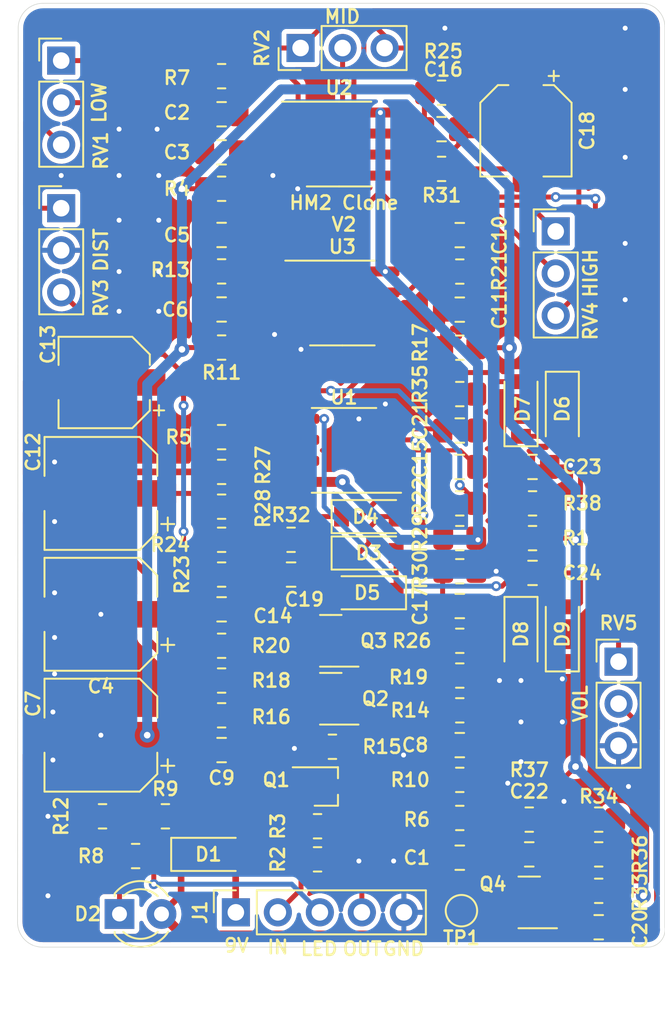
<source format=kicad_pcb>
(kicad_pcb (version 20211014) (generator pcbnew)
  (layers (0 "F.Cu" signal) (31 "B.Cu" signal) (34 "B.Paste" user) (35 "F.Paste" user) (36 "B.SilkS" user "B.Silkscreen") (37 "F.SilkS" user "F.Silkscreen") (38 "B.Mask" user) (39 "F.Mask" user) (44 "Edge.Cuts" user))
  (net 0 "")
  (net 1 "Net-(C1-Pad1)")
  (net 2 "Net-(C1-Pad2)")
  (net 3 "Net-(C2-Pad1)")
  (net 4 "Net-(C2-Pad2)")
  (net 5 "Net-(C3-Pad1)")
  (net 6 "+9V")
  (net 7 "GND")
  (net 8 "Net-(C5-Pad1)")
  (net 9 "Net-(C5-Pad2)")
  (net 10 "Net-(C6-Pad1)")
  (net 11 "/+4V5")
  (net 12 "Net-(C8-Pad1)")
  (net 13 "Net-(C8-Pad2)")
  (net 14 "Net-(C9-Pad1)")
  (net 15 "Net-(C14-Pad1)")
  (net 16 "Net-(C10-Pad1)")
  (net 17 "Net-(C10-Pad2)")
  (net 18 "Net-(C11-Pad1)")
  (net 19 "Net-(C12-Pad1)")
  (net 20 "Net-(C13-Pad1)")
  (net 21 "Net-(C13-Pad2)")
  (net 22 "Net-(C14-Pad2)")
  (net 23 "Net-(C15-Pad1)")
  (net 24 "Net-(C15-Pad2)")
  (net 25 "Net-(C16-Pad1)")
  (net 26 "Net-(C16-Pad2)")
  (net 27 "Net-(C17-Pad1)")
  (net 28 "Net-(C17-Pad2)")
  (net 29 "Net-(C18-Pad2)")
  (net 30 "Net-(C19-Pad1)")
  (net 31 "Net-(C20-Pad1)")
  (net 32 "Net-(C20-Pad2)")
  (net 33 "Net-(C21-Pad1)")
  (net 34 "/OUT")
  (net 35 "Net-(C22-Pad2)")
  (net 36 "Net-(C23-Pad1)")
  (net 37 "Net-(C24-Pad1)")
  (net 38 "+BATT")
  (net 39 "Net-(D2-Pad1)")
  (net 40 "Net-(D3-Pad2)")
  (net 41 "Net-(D6-Pad1)")
  (net 42 "Net-(D6-Pad2)")
  (net 43 "/IN")
  (net 44 "/LED")
  (net 45 "Net-(Q2-Pad2)")
  (net 46 "Net-(Q3-Pad2)")
  (net 47 "Net-(Q4-Pad2)")
  (net 48 "Net-(R5-Pad1)")
  (net 49 "Net-(R5-Pad2)")
  (net 50 "Net-(R7-Pad2)")
  (net 51 "Net-(R13-Pad2)")
  (net 52 "Net-(R21-Pad2)")
  (net 53 "Net-(R22-Pad2)")
  (net 54 "Net-(R31-Pad1)")
  (footprint "Capacitor_SMD:C_0805_2012Metric_Pad1.18x1.45mm_HandSolder" (layer "F.Cu") (at 141 105.6 180)
    (fp_text reference "C10")
    (fp_text value "100n")
  )
  (footprint "Diode_SMD:D_SOD-123" (layer "F.Cu") (at 144.7 129.7 -90)
    (fp_text reference "D8")
    (fp_text value "1N4148")
  )
  (footprint "Capacitor_SMD:C_0805_2012Metric_Pad1.18x1.45mm_HandSolder" (layer "F.Cu") (at 145.2 143)
    (fp_text reference "C22")
    (fp_text value "1u")
  )
  (footprint "Resistor_SMD:R_0805_2012Metric_Pad1.20x1.40mm_HandSolder" (layer "F.Cu") (at 149.4 140.9 180)
    (fp_text reference "R34")
    (fp_text value "10k")
  )
  (footprint "Capacitor_SMD:C_0805_2012Metric_Pad1.18x1.45mm_HandSolder" (layer "F.Cu") (at 126.6 100.6 180)
    (fp_text reference "C3")
    (fp_text value "68n")
  )
  (footprint "Resistor_SMD:R_0805_2012Metric_Pad1.20x1.40mm_HandSolder" (layer "F.Cu") (at 141 112.4 180)
    (fp_text reference "R17")
    (fp_text value "100k")
  )
  (footprint "Capacitor_SMD:C_0805_2012Metric_Pad1.18x1.45mm_HandSolder" (layer "F.Cu") (at 130.8 126.1)
    (fp_text reference "C19")
    (fp_text value "100p")
  )
  (footprint "Package_TO_SOT_SMD:SOT-323_SC-70_Handsoldering" (layer "F.Cu") (at 132.9 138.9)
    (fp_text reference "Q1")
    (fp_text value "2SK880")
  )
  (footprint "Package_TO_SOT_SMD:SOT-23" (layer "F.Cu") (at 145.2 145.9 180)
    (fp_text reference "Q4")
    (fp_text value "2SC2713")
  )
  (footprint "Package_SO:SOIC-8_3.9x4.9mm_P1.27mm" (layer "F.Cu") (at 133.7 100.1)
    (fp_text reference "U2")
    (fp_text value "TL072")
  )
  (footprint "Package_TO_SOT_SMD:SOT-23" (layer "F.Cu") (at 133.2 133.6 180)
    (fp_text reference "Q2")
    (fp_text value "2SC2713")
  )
  (footprint "Resistor_SMD:R_0805_2012Metric_Pad1.20x1.40mm_HandSolder" (layer "F.Cu") (at 126.6 134.6)
    (fp_text reference "R16")
    (fp_text value "470k")
  )
  (footprint "Resistor_SMD:R_0805_2012Metric_Pad1.20x1.40mm_HandSolder" (layer "F.Cu") (at 141 107.8 180)
    (fp_text reference "R21")
    (fp_text value "330R")
  )
  (footprint "Connector_PinHeader_2.54mm:PinHeader_1x03_P2.54mm_Vertical" (layer "F.Cu") (at 150.6 131.36)
    (fp_text reference "RV5")
    (fp_text value "10kA")
  )
  (footprint "Resistor_SMD:R_0805_2012Metric_Pad1.20x1.40mm_HandSolder" (layer "F.Cu") (at 121.4 143.1 180)
    (fp_text reference "R8")
    (fp_text value "4k7")
  )
  (footprint "Resistor_SMD:R_0805_2012Metric_Pad1.20x1.40mm_HandSolder" (layer "F.Cu") (at 141 121.8)
    (fp_text reference "R22")
    (fp_text value "47k")
  )
  (footprint "Resistor_SMD:R_0805_2012Metric_Pad1.20x1.40mm_HandSolder" (layer "F.Cu") (at 141 130.1)
    (fp_text reference "R26")
    (fp_text value "470k")
  )
  (footprint "Capacitor_SMD:C_0805_2012Metric_Pad1.18x1.45mm_HandSolder" (layer "F.Cu") (at 141 117.4 180)
    (fp_text reference "C21")
    (fp_text value "1u")
  )
  (footprint "Capacitor_SMD:C_0805_2012Metric_Pad1.18x1.45mm_HandSolder" (layer "F.Cu") (at 126.6 105.59)
    (fp_text reference "C5")
    (fp_text value "150n")
  )
  (footprint "Resistor_SMD:R_0805_2012Metric_Pad1.20x1.40mm_HandSolder" (layer "F.Cu") (at 145.2 140.9)
    (fp_text reference "R37")
    (fp_text value "100k")
  )
  (footprint "Capacitor_SMD:C_0805_2012Metric_Pad1.18x1.45mm_HandSolder" (layer "F.Cu") (at 126.6 110.09 180)
    (fp_text reference "C6")
    (fp_text value "6n8")
  )
  (footprint "Resistor_SMD:R_0805_2012Metric_Pad1.20x1.40mm_HandSolder" (layer "F.Cu") (at 126.6 132.5)
    (fp_text reference "R18")
    (fp_text value "10k")
  )
  (footprint "Resistor_SMD:R_0805_2012Metric_Pad1.20x1.40mm_HandSolder" (layer "F.Cu") (at 145.4 121.8 180)
    (fp_text reference "R38")
    (fp_text value "10k")
  )
  (footprint "Resistor_SMD:R_0805_2012Metric_Pad1.20x1.40mm_HandSolder" (layer "F.Cu") (at 126.6 122 180)
    (fp_text reference "R28")
    (fp_text value "120R")
  )
  (footprint "Diode_SMD:D_SOD-123" (layer "F.Cu") (at 135.5 122.6)
    (fp_text reference "D4")
    (fp_text value "1N4148")
  )
  (footprint "Capacitor_SMD:CP_Elec_5x5.4" (layer "F.Cu") (at 119.5 114.5 180)
    (fp_text reference "C13")
    (fp_text value "10u")
  )
  (footprint "Resistor_SMD:R_0805_2012Metric_Pad1.20x1.40mm_HandSolder" (layer "F.Cu") (at 141 123.9 180)
    (fp_text reference "R29")
    (fp_text value "68k")
  )
  (footprint "Capacitor_SMD:C_0805_2012Metric_Pad1.18x1.45mm_HandSolder" (layer "F.Cu") (at 141 143.2)
    (fp_text reference "C1")
    (fp_text value "47n")
  )
  (footprint "Capacitor_SMD:C_0805_2012Metric_Pad1.18x1.45mm_HandSolder" (layer "F.Cu") (at 149.4 147.4)
    (fp_text reference "C20")
    (fp_text value "47n")
  )
  (footprint "Resistor_SMD:R_0805_2012Metric_Pad1.20x1.40mm_HandSolder" (layer "F.Cu") (at 149.4 145.2 180)
    (fp_text reference "R33")
    (fp_text value "470k")
  )
  (footprint "Connector_PinHeader_2.54mm:PinHeader_1x03_P2.54mm_Vertical" (layer "F.Cu") (at 146.8 105.375)
    (fp_text reference "RV4")
    (fp_text value "10kA")
  )
  (footprint "Resistor_SMD:R_0805_2012Metric_Pad1.20x1.40mm_HandSolder" (layer "F.Cu") (at 126.6 124)
    (fp_text reference "R24")
    (fp_text value "100k")
  )
  (footprint "Resistor_SMD:R_0805_2012Metric_Pad1.20x1.40mm_HandSolder" (layer "F.Cu") (at 141 115.2 180)
    (fp_text reference "R35")
    (fp_text value "10k")
  )
  (footprint "Capacitor_SMD:C_0805_2012Metric_Pad1.18x1.45mm_HandSolder" (layer "F.Cu") (at 141 128)
    (fp_text reference "C17")
    (fp_text value "100p")
  )
  (footprint "Resistor_SMD:R_0805_2012Metric_Pad1.20x1.40mm_HandSolder" (layer "F.Cu") (at 141 132.2 180)
    (fp_text reference "R19")
    (fp_text value "22R")
  )
  (footprint "Resistor_SMD:R_0805_2012Metric_Pad1.20x1.40mm_HandSolder" (layer "F.Cu") (at 130.8 124 180)
    (fp_text reference "R32")
    (fp_text value "470k")
  )
  (footprint "Capacitor_SMD:CP_Elec_6.3x5.4" (layer "F.Cu") (at 119.3 121.2 180)
    (fp_text reference "C12")
    (fp_text value "47u")
  )
  (footprint "Package_SO:SOIC-8_3.9x4.9mm_P1.27mm" (layer "F.Cu") (at 133.9 109.7)
    (fp_text reference "U3")
    (fp_text value "TL072")
  )
  (footprint "Connector_PinHeader_2.54mm:PinHeader_1x03_P2.54mm_Vertical" (layer "F.Cu") (at 131.375 94.3 90)
    (fp_text reference "RV2")
    (fp_text value "10kA")
  )
  (footprint "Capacitor_SMD:C_0805_2012Metric_Pad1.18x1.45mm_HandSolder" (layer "F.Cu") (at 126.6 136.7 180)
    (fp_text reference "C9")
    (fp_text value "100p")
  )
  (footprint "Connector_PinSocket_2.54mm:PinSocket_1x05_P2.54mm_Vertical" (layer "F.Cu") (at 127.46 146.5 90)
    (fp_text reference "J1")
    (fp_text value "Conn_01x05_Male")
  )
  (footprint "Resistor_SMD:R_0805_2012Metric_Pad1.20x1.40mm_HandSolder" (layer "F.Cu") (at 126.6 112.39)
    (fp_text reference "R11")
    (fp_text value "82k")
  )
  (footprint "Resistor_SMD:R_0805_2012Metric_Pad1.20x1.40mm_HandSolder" (layer "F.Cu") (at 132.4 141.3 180)
    (fp_text reference "R3")
    (fp_text value "10k")
  )
  (footprint "Resistor_SMD:R_0805_2012Metric_Pad1.20x1.40mm_HandSolder" (layer "F.Cu") (at 126.6 130.4)
    (fp_text reference "R20")
    (fp_text value "150R")
  )
  (footprint "Resistor_SMD:R_0805_2012Metric_Pad1.20x1.40mm_HandSolder" (layer "F.Cu") (at 126.6 126.1)
    (fp_text reference "R23")
    (fp_text value "22k")
  )
  (footprint "Capacitor_SMD:C_0805_2012Metric_Pad1.18x1.45mm_HandSolder" (layer "F.Cu") (at 141 119.6)
    (fp_text reference "C15")
    (fp_text value "47n")
  )
  (footprint "Connector_PinHeader_2.54mm:PinHeader_1x03_P2.54mm_Vertical" (layer "F.Cu") (at 116.9 95.06)
    (fp_text reference "RV1")
    (fp_text value "10kA")
  )
  (footprint "Resistor_SMD:R_0805_2012Metric_Pad1.20x1.40mm_HandSolder" (layer "F.Cu") (at 119.4 140.7 180)
    (fp_text reference "R12")
    (fp_text value "10k")
  )
  (footprint "Capacitor_SMD:C_0805_2012Metric_Pad1.18x1.45mm_HandSolder" (layer "F.Cu") (at 141 110.1)
    (fp_text reference "C11")
    (fp_text value "4n7")
  )
  (footprint "Resistor_SMD:R_0805_2012Metric_Pad1.20x1.40mm_HandSolder" (layer "F.Cu") (at 149.4 143 180)
    (fp_text reference "R36")
    (fp_text value "1k")
  )
  (footprint "Capacitor_SMD:C_0805_2012Metric_Pad1.18x1.45mm_HandSolder" (layer "F.Cu") (at 126.6 128.2 180)
    (fp_text reference "C14")
    (fp_text value "47n")
  )
  (footprint "Capacitor_SMD:C_0805_2012Metric_Pad1.18x1.45mm_HandSolder" (layer "F.Cu") (at 139.9 99.2)
    (fp_text reference "C16")
    (fp_text value "470p")
  )
  (footprint "Diode_SMD:D_SOD-123" (layer "F.Cu") (at 135.5 127.2 180)
    (fp_text reference "D5")
    (fp_text value "1N4148")
  )
  (footprint "Resistor_SMD:R_0805_2012Metric_Pad1.20x1.40mm_HandSolder" (layer "F.Cu") (at 141 125.9)
    (fp_text reference "R30")
    (fp_text value "10k")
  )
  (footprint "Diode_SMD:D_SOD-123" (layer "F.Cu") (at 147.2 116.1 -90)
    (fp_text reference "D6")
    (fp_text value "BAT46")
  )
  (footprint "Resistor_SMD:R_0805_2012Metric_Pad1.20x1.40mm_HandSolder" (layer "F.Cu") (at 145.4 123.9)
    (fp_text reference "R1")
    (fp_text value "68k")
  )
  (footprint "Capacitor_SMD:C_0805_2012Metric_Pad1.18x1.45mm_HandSolder" (layer "F.Cu") (at 145.4 119.6)
    (fp_text reference "C23")
    (fp_text value "1n")
  )
  (footprint "Package_TO_SOT_SMD:SOT-23" (layer "F.Cu") (at 133.2 130.1 180)
    (fp_text reference "Q3")
    (fp_text value "2SA1163")
  )
  (footprint "Diode_SMD:D_SOD-123" (layer "F.Cu") (at 147.2 129.7 90)
    (fp_text reference "D9")
    (fp_text value "1N4148")
  )
  (footprint "Resistor_SMD:R_0805_2012Metric_Pad1.20x1.40mm_HandSolder" (layer "F.Cu") (at 126.6 107.79)
    (fp_text reference "R13")
    (fp_text value "330R")
  )
  (footprint "Connector_PinHeader_2.54mm:PinHeader_1x03_P2.54mm_Vertical" (layer "F.Cu") (at 116.9 103.975)
    (fp_text reference "RV3")
    (fp_text value "250kD")
  )
  (footprint "Resistor_SMD:R_0805_2012Metric_Pad1.20x1.40mm_HandSolder" (layer "F.Cu") (at 141 134.3 180)
    (fp_text reference "R14")
    (fp_text value "22k")
  )
  (footprint "TestPoint:TestPoint_Pad_D1.5mm" (layer "F.Cu") (at 141.1 146.4 180)
    (fp_text reference "TP1")
    (fp_text value "TestPoint")
  )
  (footprint "Resistor_SMD:R_0805_2012Metric_Pad1.20x1.40mm_HandSolder" (layer "F.Cu") (at 126.6 102.8)
    (fp_text reference "R4")
    (fp_text value "100k")
  )
  (footprint "Capacitor_SMD:CP_Elec_5x5.4" (layer "F.Cu") (at 145 99.3 -90)
    (fp_text reference "C18")
    (fp_text value "10u")
  )
  (footprint "Resistor_SMD:R_0805_2012Metric_Pad1.20x1.40mm_HandSolder" (layer "F.Cu") (at 123.2 140.7)
    (fp_text reference "R9")
    (fp_text value "10k")
  )
  (footprint "Capacitor_SMD:CP_Elec_6.3x7.7" (layer "F.Cu") (at 119.3 128.5 180)
    (fp_text reference "C4")
    (fp_text value "100u")
  )
  (footprint "Package_SO:SOIC-8_3.9x4.9mm_P1.27mm" (layer "F.Cu") (at 134 118.6 180)
    (fp_text reference "U1")
    (fp_text value "TL072")
  )
  (footprint "Resistor_SMD:R_0805_2012Metric_Pad1.20x1.40mm_HandSolder" (layer "F.Cu") (at 139.9 101.6)
    (fp_text reference "R31")
    (fp_text value "10k")
  )
  (footprint "Capacitor_SMD:C_0805_2012Metric_Pad1.18x1.45mm_HandSolder" (layer "F.Cu") (at 145.4 126)
    (fp_text reference "C24")
    (fp_text value "1u")
  )
  (footprint "Resistor_SMD:R_0805_2012Metric_Pad1.20x1.40mm_HandSolder" (layer "F.Cu") (at 126.6 96)
    (fp_text reference "R7")
    (fp_text value "330R")
  )
  (footprint "LED_THT:LED_D3.0mm" (layer "F.Cu") (at 120.425 146.6)
    (fp_text reference "D2")
    (fp_text value "LED")
  )
  (footprint "Diode_SMD:D_SOD-123" (layer "F.Cu") (at 125.8 143)
    (fp_text reference "D1")
    (fp_text value "BAT46")
  )
  (footprint "Capacitor_SMD:CP_Elec_6.3x5.4" (layer "F.Cu") (at 119.3 135.8 180)
    (fp_text reference "C7")
    (fp_text value "47u")
  )
  (footprint "Resistor_SMD:R_0805_2012Metric_Pad1.20x1.40mm_HandSolder" (layer "F.Cu") (at 141 138.5)
    (fp_text reference "R10")
    (fp_text value "10k")
  )
  (footprint "Diode_SMD:D_SOD-123" (layer "F.Cu") (at 135.5 124.8)
    (fp_text reference "D3")
    (fp_text value "1N4148")
  )
  (footprint "Resistor_SMD:R_0805_2012Metric_Pad1.20x1.40mm_HandSolder" (layer "F.Cu") (at 132.4 143.3 180)
    (fp_text reference "R2")
    (fp_text value "2M2")
  )
  (footprint "Capacitor_SMD:C_0805_2012Metric_Pad1.18x1.45mm_HandSolder" (layer "F.Cu") (at 141 136.4)
    (fp_text reference "C8")
    (fp_text value "47n")
  )
  (footprint "Resistor_SMD:R_0805_2012Metric_Pad1.20x1.40mm_HandSolder" (layer "F.Cu") (at 133.3 136.5)
    (fp_text reference "R15")
    (fp_text value "100k")
  )
  (footprint "Resistor_SMD:R_0805_2012Metric_Pad1.20x1.40mm_HandSolder" (layer "F.Cu") (at 126.6 119.9 180)
    (fp_text reference "R27")
    (fp_text value "1k")
  )
  (footprint "Resistor_SMD:R_0805_2012Metric_Pad1.20x1.40mm_HandSolder" (layer "F.Cu") (at 126.6 117.8)
    (fp_text reference "R5")
    (fp_text value "3k3")
  )
  (footprint "Resistor_SMD:R_0805_2012Metric_Pad1.20x1.40mm_HandSolder" (layer "F.Cu") (at 139.9 97)
    (fp_text reference "R25")
    (fp_text value "3k3")
  )
  (footprint "Capacitor_SMD:C_0805_2012Metric_Pad1.18x1.45mm_HandSolder" (layer "F.Cu") (at 126.6 98.3)
    (fp_text reference "C2")
    (fp_text value "1.5u")
  )
  (footprint "Diode_SMD:D_SOD-123" (layer "F.Cu") (at 144.7 116.1 90)
    (fp_text reference "D7")
    (fp_text value "BAT46")
  )
  (footprint "Resistor_SMD:R_0805_2012Metric_Pad1.20x1.40mm_HandSolder" (layer "F.Cu") (at 141 140.8 180)
    (fp_text reference "R6")
    (fp_text value "1M")
  )
  (gr_line (start 114.26066 147.1) (end 114.3 93.4) (layer "Edge.Cuts") (width 0.0381))
  (gr_arc (start 114.3 93.1) (mid 114.73934 92.03934) (end 115.8 91.6) (layer "Edge.Cuts") (width 0.0381))
  (gr_line (start 153.4 147.4) (end 153.4 93) (layer "Edge.Cuts") (width 0.0381))
  (gr_arc (start 115.76066 148.6) (mid 114.7 148.16066) (end 114.26066 147.1) (layer "Edge.Cuts") (width 0.0381))
  (gr_line (start 115.8 91.6) (end 151.9 91.6) (layer "Edge.Cuts") (width 0.0381))
  (gr_line (start 115.76066 148.6) (end 152.3 148.6) (layer "Edge.Cuts") (width 0.0381))
  (gr_arc (start 151.9 91.6) (mid 152.948088 91.98062) (end 153.4 93) (layer "Edge.Cuts") (width 0.0381))
  (gr_arc (start 153.4 147.4) (mid 153.131162 148.257732) (end 152.3 148.6) (layer "Edge.Cuts") (width 0.0381))
  (gr_line (start 114.3 93.4) (end 114.3 93.1) (layer "Edge.Cuts") (width 0.0381))
  (gr_text "HM2 Clone\nV2" (at 134 104.3) (layer "F.SilkS") (effects (font (size 0.8128 0.8128) (thickness 0.1524))))
  (gr_text "9V" (at 127.5 148.5) (layer "F.SilkS") (effects (font (size 0.8128 0.8128) (thickness 0.1524))))
  (gr_text "MID" (at 133.9 92.4) (layer "F.SilkS") (effects (font (size 0.8128 0.8128) (thickness 0.1524))))
  (gr_text "HIGH" (at 148.9 107.9 90) (layer "F.SilkS") (effects (font (size 0.8128 0.8128) (thickness 0.1524))))
  (gr_text "GND" (at 137.6 148.7) (layer "F.SilkS") (effects (font (size 0.8128 0.8128) (thickness 0.1524))))
  (gr_text "DIST" (at 119.3 106.5 90) (layer "F.SilkS") (effects (font (size 0.8128 0.8128) (thickness 0.1524))))
  (gr_text "VOL" (at 148.3 133.9 90) (layer "F.SilkS") (effects (font (size 0.8128 0.8128) (thickness 0.1524))))
  (gr_text "OUT\n" (at 135.1 148.7) (layer "F.SilkS") (effects (font (size 0.8128 0.8128) (thickness 0.1524))))
  (gr_text "LED" (at 132.5 148.7) (layer "F.SilkS") (effects (font (size 0.8128 0.8128) (thickness 0.1524))))
  (gr_text "IN" (at 130 148.6) (layer "F.SilkS") (effects (font (size 0.8128 0.8128) (thickness 0.1524))))
  (gr_text "LOW" (at 119.2 97.6 90) (layer "F.SilkS") (effects (font (size 0.8128 0.8128) (thickness 0.1524))))
  (segment (start 138.8 143.2) (end 136.9 141.3) (width 0.3) (layer "F.Cu") (net 1))
  (segment (start 139.9625 143.2) (end 138.8 143.2) (width 0.3) (layer "F.Cu") (net 1))
  (segment (start 136.9 141.3) (end 133.4 141.3) (width 0.3) (layer "F.Cu") (net 1))
  (segment (start 142 142) (end 138.9 142) (width 0.3) (layer "F.Cu") (net 2))
  (segment (start 142 142) (end 142 143.1625) (width 0.3) (layer "F.Cu") (net 2))
  (segment (start 142 140.8) (end 142 142) (width 0.3) (layer "F.Cu") (net 2))
  (segment (start 138.9 142) (end 135.8 138.9) (width 0.3) (layer "F.Cu") (net 2))
  (segment (start 135.8 138.9) (end 134.23 138.9) (width 0.3) (layer "F.Cu") (net 2))
  (segment (start 142 143.1625) (end 142.0375 143.2) (width 0.3) (layer "F.Cu") (net 2))
  (segment (start 125.6 96) (end 125.6 98.2625) (width 0.3) (layer "F.Cu") (net 3))
  (segment (start 125.6 98.2625) (end 125.5625 98.3) (width 0.3) (layer "F.Cu") (net 3))
  (segment (start 125.5625 100.6) (end 125.5625 98.3) (width 0.3) (layer "F.Cu") (net 3))
  (segment (start 116.9 97.6) (end 120.4 97.6) (width 0.3) (layer "F.Cu") (net 4))
  (segment (start 126.6 95.2) (end 126.6 98.1) (width 0.3) (layer "F.Cu") (net 4))
  (segment (start 126.6 98.1) (end 126.8 98.3) (width 0.3) (layer "F.Cu") (net 4))
  (segment (start 120.4 97.6) (end 123.1 94.9) (width 0.3) (layer "F.Cu") (net 4))
  (segment (start 123.1 94.9) (end 126.3 94.9) (width 0.3) (layer "F.Cu") (net 4))
  (segment (start 126.3 94.9) (end 126.6 95.2) (width 0.3) (layer "F.Cu") (net 4))
  (segment (start 126.8 98.3) (end 127.6375 98.3) (width 0.3) (layer "F.Cu") (net 4))
  (segment (start 131.225 100.735) (end 127.7725 100.735) (width 0.3) (layer "F.Cu") (net 5))
  (segment (start 127.6375 100.6) (end 127.6375 102.7625) (width 0.3) (layer "F.Cu") (net 5))
  (segment (start 127.7725 100.735) (end 127.6375 100.6) (width 0.3) (layer "F.Cu") (net 5))
  (segment (start 127.6375 102.7625) (end 127.6 102.8) (width 0.3) (layer "F.Cu") (net 5))
  (segment (start 143.1 147.9) (end 124.265 147.9) (width 0.6) (layer "F.Cu") (net 6))
  (segment (start 122.965 146.6) (end 124.15 145.415) (width 0.4) (layer "F.Cu") (net 6))
  (segment (start 128.3 118.8) (end 130.005 120.505) (width 0.25) (layer "F.Cu") (net 6))
  (segment (start 122 128.5) (end 122 126) (width 0.4) (layer "F.Cu") (net 6))
  (segment (start 124.2 132.1) (end 122 129.9) (width 0.4) (layer "F.Cu") (net 6))
  (segment (start 124.15 143) (end 124.15 140.75) (width 0.4) (layer "F.Cu") (net 6))
  (segment (start 144.2625 146.7375) (end 143.1 147.9) (width 0.6) (layer "F.Cu") (net 6))
  (segment (start 124.15 145.415) (end 124.15 143) (width 0.4) (layer "F.Cu") (net 6))
  (segment (start 130.005 120.505) (end 131.525 120.505) (width 0.25) (layer "F.Cu") (net 6))
  (segment (start 131.525 120.505) (end 133.895 120.505) (width 0.6) (layer "F.Cu") (net 6))
  (segment (start 133.895 120.505) (end 133.9 120.5) (width 0.6) (layer "F.Cu") (net 6))
  (segment (start 122 129.9) (end 122 128.5) (width 0.4) (layer "F.Cu") (net 6))
  (segment (start 124.2 140.7) (end 124.2 139.5) (width 0.4) (layer "F.Cu") (net 6))
  (segment (start 124.265 147.9) (end 122.965 146.6) (width 0.6) (layer "F.Cu") (net 6))
  (segment (start 119.4 123.4) (end 119.4 120.6) (width 0.4) (layer "F.Cu") (net 6))
  (segment (start 124.25 139.55) (end 124.2 139.5) (width 0.4) (layer "F.Cu") (net 6))
  (segment (start 124.15 140.75) (end 124.2 140.7) (width 0.4) (layer "F.Cu") (net 6))
  (segment (start 119.4 120.6) (end 120.1 119.9) (width 0.4) (layer "F.Cu") (net 6))
  (segment (start 131.57 139.55) (end 124.25 139.55) (width 0.4) (layer "F.Cu") (net 6))
  (segment (start 122 126) (end 119.4 123.4) (width 0.4) (layer "F.Cu") (net 6))
  (segment (start 126.7 118.8) (end 128.3 118.8) (width 0.25) (layer "F.Cu") (net 6))
  (segment (start 124.2 139.5) (end 124.2 132.1) (width 0.4) (layer "F.Cu") (net 6))
  (segment (start 125.6 119.9) (end 126.7 118.8) (width 0.25) (layer "F.Cu") (net 6))
  (segment (start 120.1 119.9) (end 125.6 119.9) (width 0.4) (layer "F.Cu") (net 6))
  (segment (start 144.2625 145.9) (end 144.2625 146.7375) (width 0.6) (layer "F.Cu") (net 6))
  (via (at 142.1 124) (size 0.6) (drill 0.3) (layers "F.Cu" "B.Cu") (net 6))
  (via (at 136.2 98.2) (size 0.6) (drill 0.3) (layers "F.Cu" "B.Cu") (net 6))
  (via (at 136.5 107.8) (size 0.6) (drill 0.3) (layers "F.Cu" "B.Cu") (net 6))
  (via (at 133.9 120.5) (size 0.9) (drill 0.4) (layers "F.Cu" "B.Cu") (net 6))
  (segment (start 136.5 107.8) (end 136.2 107.5) (width 0.6) (layer "B.Cu") (net 6))
  (segment (start 142.1 124) (end 142.1 113.4) (width 0.6) (layer "B.Cu") (net 6))
  (segment (start 137.3 124) (end 142.1 124) (width 0.6) (layer "B.Cu") (net 6))
  (segment (start 142.1 113.4) (end 136.5 107.8) (width 0.6) (layer "B.Cu") (net 6))
  (segment (start 133.9 120.5) (end 133.9 120.6) (width 0.6) (layer "B.Cu") (net 6))
  (segment (start 133.9 120.6) (end 137.3 124) (width 0.6) (layer "B.Cu") (net 6))
  (segment (start 136.2 107.5) (end 136.2 98.2) (width 0.6) (layer "B.Cu") (net 6))
  (via (at 120.4 102) (size 0.6) (drill 0.3) (layers "F.Cu" "B.Cu") (net 7))
  (via (at 151 100.9) (size 0.6) (drill 0.3) (layers "F.Cu" "B.Cu") (net 7))
  (via (at 151.2 138.9) (size 0.6) (drill 0.3) (layers "F.Cu" "B.Cu") (net 7))
  (via (at 116.1 140.7) (size 0.6) (drill 0.3) (layers "F.Cu" "B.Cu") (net 7))
  (via (at 137 143.4) (size 0.6) (drill 0.3) (layers "F.Cu" "B.Cu") (net 7))
  (via (at 116.9 102) (size 0.6) (drill 0.3) (layers "F.Cu" "B.Cu") (net 7))
  (via (at 122.8 102) (size 0.6) (drill 0.3) (layers "F.Cu" "B.Cu") (net 7))
  (via (at 144.7 132.5) (size 0.6) (drill 0.3) (layers "F.Cu" "B.Cu") (net 7))
  (via (at 116.1 145.5) (size 0.6) (drill 0.3) (layers "F.Cu" "B.Cu") (net 7))
  (via (at 147.7 119.5) (size 0.6) (drill 0.3) (layers "F.Cu" "B.Cu") (net 7))
  (via (at 144.7 137.4) (size 0.6) (drill 0.3) (layers "F.Cu" "B.Cu") (net 7))
  (via (at 120.4 99.2) (size 0.6) (drill 0.3) (layers "F.Cu" "B.Cu") (net 7))
  (via (at 116.5 122.9) (size 0.6) (drill 0.3) (layers "F.Cu" "B.Cu") (net 7))
  (via (at 129.8 111.6) (size 0.6) (drill 0.3) (layers "F.Cu" "B.Cu") (net 7))
  (via (at 143.4 132.5) (size 0.6) (drill 0.3) (layers "F.Cu" "B.Cu") (net 7))
  (via (at 116.5 132.1) (size 0.6) (drill 0.3) (layers "F.Cu" "B.Cu") (net 7))
  (via (at 122.8 107.8) (size 0.6) (drill 0.3) (layers "F.Cu" "B.Cu") (net 7))
  (via (at 136.5 115.8) (size 0.6) (drill 0.3) (layers "F.Cu" "B.Cu") (net 7))
  (via (at 147.3 139.8) (size 0.6) (drill 0.3) (layers "F.Cu" "B.Cu") (net 7))
  (via (at 120.4 107.8) (size 0.6) (drill 0.3) (layers "F.Cu" "B.Cu") (net 7))
  (via (at 122.8 110.2) (size 0.6) (drill 0.3) (layers "F.Cu" "B.Cu") (net 7))
  (via (at 116.5 119.3) (size 0.6) (drill 0.3) (layers "F.Cu" "B.Cu") (net 7))
  (via (at 131 136.6) (size 0.6) (drill 0.3) (layers "F.Cu" "B.Cu") (net 7))
  (via (at 143.9 138.7) (size 0.6) (drill 0.3) (layers "F.Cu" "B.Cu") (net 7))
  (via (at 151 109.5) (size 0.6) (drill 0.3) (layers "F.Cu" "B.Cu") (net 7))
  (via (at 116.5 129.9) (size 0.6) (drill 0.3) (layers "F.Cu" "B.Cu") (net 7))
  (via (at 140.1 93.1) (size 0.6) (drill 0.3) (layers "F.Cu" "B.Cu") (net 7))
  (via (at 116.5 127.2) (size 0.6) (drill 0.3) (layers "F.Cu" "B.Cu") (net 7))
  (via (at 119.3 135.8) (size 0.6) (drill 0.3) (layers "F.Cu" "B.Cu") (net 7))
  (via (at 134.9 116.7) (size 0.6) (drill 0.3) (layers "F.Cu" "B.Cu") (net 7))
  (via (at 147.2 135) (size 0.6) (drill 0.3) (layers "F.Cu" "B.Cu") (net 7))
  (via (at 151 93.1) (size 0.6) (drill 0.3) (layers "F.Cu" "B.Cu") (net 7))
  (via (at 147.2 132.4) (size 0.6) (drill 0.3) (layers "F.Cu" "B.Cu") (net 7))
  (via (at 119.3 128.5) (size 0.6) (drill 0.3) (layers "F.Cu" "B.Cu") (net 7))
  (via (at 116.4 137.3) (size 0.6) (drill 0.3) (layers "F.Cu" "B.Cu") (net 7))
  (via (at 143.2 125.9) (size 0.6) (drill 0.3) (layers "F.Cu" "B.Cu") (net 7))
  (via (at 129.7 102) (size 0.6) (drill 0.3) (layers "F.Cu" "B.Cu") (net 7))
  (via (at 120.4 110.2) (size 0.6) (drill 0.3) (layers "F.Cu" "B.Cu") (net 7))
  (via (at 144.7 135) (size 0.6) (drill 0.3) (layers "F.Cu" "B.Cu") (net 7))
  (via (at 122.7 99.2) (size 0.6) (drill 0.3) (layers "F.Cu" "B.Cu") (net 7))
  (via (at 131.4 112.5) (size 0.6) (drill 0.3) (layers "F.Cu" "B.Cu") (net 7))
  (via (at 151 96.8) (size 0.6) (drill 0.3) (layers "F.Cu" "B.Cu") (net 7))
  (via (at 120.4 104.7) (size 0.6) (drill 0.3) (layers "F.Cu" "B.Cu") (net 7))
  (via (at 134.9 143.4) (size 0.6) (drill 0.3) (layers "F.Cu" "B.Cu") (net 7))
  (via (at 137.6 137) (size 0.6) (drill 0.3) (layers "F.Cu" "B.Cu") (net 7))
  (via (at 122.8 104.7) (size 0.6) (drill 0.3) (layers "F.Cu" "B.Cu") (net 7))
  (via (at 151 106.1) (size 0.6) (drill 0.3) (layers "F.Cu" "B.Cu") (net 7))
  (via (at 116.4 134.4) (size 0.6) (drill 0.3) (layers "F.Cu" "B.Cu") (net 7))
  (via (at 131.2 102.8) (size 0.6) (drill 0.3) (layers "F.Cu" "B.Cu") (net 7))
  (segment (start 125.5625 110.09) (end 125.5625 105.59) (width 0.3) (layer "F.Cu") (net 8))
  (segment (start 133.915 103.485) (end 131.7 105.7) (width 0.3) (layer "F.Cu") (net 9))
  (segment (start 133.915 94.3) (end 133.915 103.485) (width 0.3) (layer "F.Cu") (net 9))
  (segment (start 131.7 105.7) (end 127.7475 105.7) (width 0.3) (layer "F.Cu") (net 9))
  (segment (start 127.7475 105.7) (end 127.6375 105.59) (width 0.3) (layer "F.Cu") (net 9))
  (segment (start 131.425 110.335) (end 127.8825 110.335) (width 0.3) (layer "F.Cu") (net 10))
  (segment (start 127.6375 110.09) (end 127.6375 112.3525) (width 0.3) (layer "F.Cu") (net 10))
  (segment (start 127.8825 110.335) (end 127.6375 110.09) (width 0.3) (layer "F.Cu") (net 10))
  (segment (start 127.6375 112.3525) (end 127.6 112.39) (width 0.3) (layer "F.Cu") (net 10))
  (segment (start 146.4 123.9) (end 147.9 123.9) (width 0.3) (layer "F.Cu") (net 11))
  (segment (start 141.1 139.7) (end 146 139.7) (width 0.3) (layer "F.Cu") (net 11))
  (segment (start 122.1 140.6) (end 122.2 140.7) (width 0.4) (layer "F.Cu") (net 11))
  (segment (start 140 140.8) (end 141.1 139.7) (width 0.3) (layer "F.Cu") (net 11))
  (segment (start 150.4 145.2) (end 151.8 145.2) (width 0.3) (layer "F.Cu") (net 11))
  (segment (start 146 139.7) (end 148 137.7) (width 0.3) (layer "F.Cu") (net 11))
  (segment (start 151.8 145.2) (end 152.1 145.5) (width 0.3) (layer "F.Cu") (net 11))
  (segment (start 147.9 123.9) (end 148 124) (width 0.3) (layer "F.Cu") (net 11))
  (segment (start 124.31 112.39) (end 124.2 112.5) (width 0.3) (layer "F.Cu") (net 11))
  (segment (start 125.6 102.8) (end 124.2 102.8) (width 0.3) (layer "F.Cu") (net 11))
  (segment (start 142 112.4) (end 144 112.4) (width 0.3) (layer "F.Cu") (net 11))
  (segment (start 120.4 140.7) (end 122.2 140.7) (width 0.4) (layer "F.Cu") (net 11))
  (segment (start 125.6 112.39) (end 124.31 112.39) (width 0.3) (layer "F.Cu") (net 11))
  (segment (start 122.1 135.8) (end 122.1 140.6) (width 0.4) (layer "F.Cu") (net 11))
  (via (at 122.1 135.8) (size 0.9) (drill 0.4) (layers "F.Cu" "B.Cu") (net 11))
  (via (at 124.2 102.8) (size 0.9) (drill 0.4) (layers "F.Cu" "B.Cu") (net 11))
  (via (at 148 124) (size 0.9) (drill 0.4) (layers "F.Cu" "B.Cu") (net 11))
  (via (at 148 137.7) (size 0.9) (drill 0.4) (layers "F.Cu" "B.Cu") (net 11))
  (via (at 124.2 112.5) (size 0.9) (drill 0.4) (layers "F.Cu" "B.Cu") (net 11))
  (via (at 144 112.4) (size 0.9) (drill 0.4) (layers "F.Cu" "B.Cu") (net 11))
  (via (at 152.1 145.5) (size 0.9) (drill 0.4) (layers "F.Cu" "B.Cu") (net 11))
  (segment (start 124.2 112.5) (end 124.2 102.8) (width 0.6) (layer "B.Cu") (net 11))
  (segment (start 130.2 96.8) (end 138.1 96.8) (width 0.6) (layer "B.Cu") (net 11))
  (segment (start 124.2 102.8) (end 130.2 96.8) (width 0.6) (layer "B.Cu") (net 11))
  (segment (start 148 124) (end 148 137.7) (width 0.6) (layer "B.Cu") (net 11))
  (segment (start 144 116.9) (end 148 120.9) (width 0.6) (layer "B.Cu") (net 11))
  (segment (start 148 120.9) (end 148 124) (width 0.6) (layer "B.Cu") (net 11))
  (segment (start 138.1 96.8) (end 144 102.7) (width 0.6) (layer "B.Cu") (net 11))
  (segment (start 122.1 114.6) (end 124.2 112.5) (width 0.6) (layer "B.Cu") (net 11))
  (segment (start 144 112.4) (end 144 116.9) (width 0.6) (layer "B.Cu") (net 11))
  (segment (start 148 137.7) (end 149.4 139.1) (width 0.6) (layer "B.Cu") (net 11))
  (segment (start 144 102.7) (end 144 112.4) (width 0.6) (layer "B.Cu") (net 11))
  (segment (start 152.1 141.8) (end 152.1 145.5) (width 0.6) (layer "B.Cu") (net 11))
  (segment (start 122.1 135.8) (end 122.1 114.6) (width 0.6) (layer "B.Cu") (net 11))
  (segment (start 149.4 139.1) (end 152.1 141.8) (width 0.6) (layer "B.Cu") (net 11))
  (segment (start 139.9625 138.4625) (end 140 138.5) (width 0.3) (layer "F.Cu") (net 12))
  (segment (start 139.75 138.25) (end 140 138.5) (width 0.3) (layer "F.Cu") (net 12))
  (segment (start 139.9625 136.4) (end 139.9625 138.4625) (width 0.3) (layer "F.Cu") (net 12))
  (segment (start 131.57 138.25) (end 139.75 138.25) (width 0.3) (layer "F.Cu") (net 12))
  (segment (start 142 136.3625) (end 142.0375 136.4) (width 0.3) (layer "F.Cu") (net 13))
  (segment (start 142 134.3) (end 142 136.3625) (width 0.3) (layer "F.Cu") (net 13))
  (segment (start 127.6375 136.7) (end 127.6375 134.6375) (width 0.3) (layer "F.Cu") (net 14))
  (segment (start 134.0875 134.6) (end 134.1375 134.55) (width 0.3) (layer "F.Cu") (net 14))
  (segment (start 134.3 136.5) (end 134.3 134.7125) (width 0.3) (layer "F.Cu") (net 14))
  (segment (start 138.2 134.3) (end 136 136.5) (width 0.3) (layer "F.Cu") (net 14))
  (segment (start 136 136.5) (end 134.3 136.5) (width 0.3) (layer "F.Cu") (net 14))
  (segment (start 140 134.3) (end 138.2 134.3) (width 0.3) (layer "F.Cu") (net 14))
  (segment (start 127.6 134.6) (end 134.0875 134.6) (width 0.3) (layer "F.Cu") (net 14))
  (segment (start 134.3 134.7125) (end 134.1375 134.55) (width 0.3) (layer "F.Cu") (net 14))
  (segment (start 127.6375 134.6375) (end 127.6 134.6) (width 0.3) (layer "F.Cu") (net 14))
  (segment (start 125.5625 134.6375) (end 125.6 134.6) (width 0.3) (layer "F.Cu") (net 15))
  (segment (start 132.2625 133.6) (end 131.1 133.6) (width 0.3) (layer "F.Cu") (net 15))
  (segment (start 130 132.5) (end 127.6 132.5) (width 0.3) (layer "F.Cu") (net 15))
  (segment (start 125.6 134.6) (end 125.6 134.5) (width 0.3) (layer "F.Cu") (net 15))
  (segment (start 131.1 133.6) (end 130 132.5) (width 0.3) (layer "F.Cu") (net 15))
  (segment (start 127.6 128.2375) (end 127.6375 128.2) (width 0.3) (layer "F.Cu") (net 15))
  (segment (start 127.6 132.5) (end 127.6 128.2375) (width 0.3) (layer "F.Cu") (net 15))
  (segment (start 125.6 134.5) (end 127.6 132.5) (width 0.3) (layer "F.Cu") (net 15))
  (segment (start 125.5625 136.7) (end 125.5625 134.6375) (width 0.3) (layer "F.Cu") (net 15))
  (segment (start 142.0375 110.1) (end 142.0375 105.6) (width 0.3) (layer "F.Cu") (net 16))
  (segment (start 139.9625 104.5375) (end 140.2 104.3) (width 0.3) (layer "F.Cu") (net 17))
  (segment (start 139.9625 105.6) (end 139.9625 104.5375) (width 0.3) (layer "F.Cu") (net 17))
  (segment (start 143.185 104.3) (end 146.8 107.915) (width 0.3) (layer "F.Cu") (net 17))
  (segment (start 140.2 104.3) (end 143.185 104.3) (width 0.3) (layer "F.Cu") (net 17))
  (segment (start 139.9625 110.1) (end 139.9625 112.3625) (width 0.3) (layer "F.Cu") (net 18))
  (segment (start 136.375 112.175) (end 136.375 111.605) (width 0.3) (layer "F.Cu") (net 18))
  (segment (start 139.9625 112.3625) (end 140 112.4) (width 0.3) (layer "F.Cu") (net 18))
  (segment (start 140 112.4) (end 136.6 112.4) (width 0.3) (layer "F.Cu") (net 18))
  (segment (start 136.6 112.4) (end 136.375 112.175) (width 0.3) (layer "F.Cu") (net 18))
  (segment (start 126.6 124.2) (end 126.6 132.4) (width 0.3) (layer "F.Cu") (net 19))
  (segment (start 125.6 122) (end 125.6 124) (width 0.3) (layer "F.Cu") (net 19))
  (segment (start 125.6 124) (end 126.4 124) (width 0.3) (layer "F.Cu") (net 19))
  (segment (start 126.4 124) (end 126.6 124.2) (width 0.3) (layer "F.Cu") (net 19))
  (segment (start 126.5 132.5) (end 125.6 132.5) (width 0.3) (layer "F.Cu") (net 19))
  (segment (start 125.6 122) (end 124.8 121.2) (width 0.3) (layer "F.Cu") (net 19))
  (segment (start 125.6 121.9) (end 127.6 119.9) (width 0.3) (layer "F.Cu") (net 19))
  (segment (start 125.6 122) (end 125.6 121.9) (width 0.3) (layer "F.Cu") (net 19))
  (segment (start 124.8 121.2) (end 122.1 121.2) (width 0.3) (layer "F.Cu") (net 19))
  (segment (start 126.6 132.4) (end 126.5 132.5) (width 0.3) (layer "F.Cu") (net 19))
  (segment (start 123.5 114.5) (end 124.3 115.3) (width 0.3) (layer "F.Cu") (net 20))
  (segment (start 125.6 130.4) (end 124.3 129.1) (width 0.3) (layer "F.Cu") (net 20))
  (segment (start 121.7 114.5) (end 123.5 114.5) (width 0.3) (layer "F.Cu") (net 20))
  (segment (start 124.3 129.1) (end 124.3 123.5) (width 0.3) (layer "F.Cu") (net 20))
  (segment (start 124.3 115.3) (end 124.3 115.9) (width 0.3) (layer "F.Cu") (net 20))
  (via (at 124.3 115.9) (size 0.6) (drill 0.3) (layers "F.Cu" "B.Cu") (net 20))
  (via (at 124.3 123.5) (size 0.6) (drill 0.3) (layers "F.Cu" "B.Cu") (net 20))
  (segment (start 124.3 123.5) (end 124.3 115.9) (width 0.3) (layer "B.Cu") (net 20))
  (segment (start 115.2 104.1) (end 115.325 103.975) (width 0.3) (layer "F.Cu") (net 21))
  (segment (start 115.6 114.5) (end 115.2 114.1) (width 0.3) (layer "F.Cu") (net 21))
  (segment (start 115.325 103.975) (end 116.9 103.975) (width 0.3) (layer "F.Cu") (net 21))
  (segment (start 115.2 114.1) (end 115.2 104.1) (width 0.3) (layer "F.Cu") (net 21))
  (segment (start 117.3 114.5) (end 115.6 114.5) (width 0.3) (layer "F.Cu") (net 21))
  (segment (start 125.5625 126.1375) (end 125.6 126.1) (width 0.3) (layer "F.Cu") (net 22))
  (segment (start 125.5625 128.2) (end 125.5625 126.1375) (width 0.3) (layer "F.Cu") (net 22))
  (segment (start 139.9625 119.6) (end 139.9625 121.7625) (width 0.3) (layer "F.Cu") (net 23))
  (segment (start 139.9625 121.7625) (end 140 121.8) (width 0.3) (layer "F.Cu") (net 23))
  (segment (start 138.3 118.6) (end 141.0375 118.6) (width 0.25) (layer "F.Cu") (net 24))
  (segment (start 141.0375 118.6) (end 142.0375 119.6) (width 0.25) (layer "F.Cu") (net 24))
  (segment (start 138.2 119.77) (end 138.2 122.3) (width 0.3) (layer "F.Cu") (net 24))
  (segment (start 131.8 124) (end 131.8 124.9) (width 0.3) (layer "F.Cu") (net 24))
  (segment (start 137.15 122.6) (end 136.2 122.6) (width 0.3) (layer "F.Cu") (net 24))
  (segment (start 137.665 119.235) (end 138.3 118.6) (width 0.25) (layer "F.Cu") (net 24))
  (segment (start 131.9 125) (end 131.8 124.9) (width 0.3) (layer "F.Cu") (net 24))
  (segment (start 131.8 126.0625) (end 131.8375 126.1) (width 0.3) (layer "F.Cu") (net 24))
  (segment (start 133.85 124.8) (end 133.65 125) (width 0.3) (layer "F.Cu") (net 24))
  (segment (start 135.5 123.3) (end 135.5 124.2) (width 0.3) (layer "F.Cu") (net 24))
  (segment (start 138.2 122.3) (end 137.9 122.6) (width 0.3) (layer "F.Cu") (net 24))
  (segment (start 136.475 119.235) (end 137.665 119.235) (width 0.25) (layer "F.Cu") (net 24))
  (segment (start 134.9 124.8) (end 133.85 124.8) (width 0.3) (layer "F.Cu") (net 24))
  (segment (start 137.665 119.235) (end 138.2 119.77) (width 0.3) (layer "F.Cu") (net 24))
  (segment (start 133.65 125) (end 131.9 125) (width 0.3) (layer "F.Cu") (net 24))
  (segment (start 135.5 124.2) (end 134.9 124.8) (width 0.3) (layer "F.Cu") (net 24))
  (segment (start 137.9 122.6) (end 137.15 122.6) (width 0.3) (layer "F.Cu") (net 24))
  (segment (start 136.2 122.6) (end 135.5 123.3) (width 0.3) (layer "F.Cu") (net 24))
  (segment (start 131.8 124.9) (end 131.8 126.0625) (width 0.3) (layer "F.Cu") (net 24))
  (segment (start 139.3 95.2) (end 138.9 95.6) (width 0.3) (layer "F.Cu") (net 25))
  (segment (start 138.8625 97.0375) (end 138.9 97) (width 0.3) (layer "F.Cu") (net 25))
  (segment (start 138.9 95.6) (end 138.9 97) (width 0.3) (layer "F.Cu") (net 25))
  (segment (start 138.8625 99.2) (end 138.8625 97.0375) (width 0.3) (layer "F.Cu") (net 25))
  (segment (start 145 95.4) (end 144.8 95.2) (width 0.3) (layer "F.Cu") (net 25))
  (segment (start 144.8 95.2) (end 139.3 95.2) (width 0.3) (layer "F.Cu") (net 25))
  (segment (start 136.24 99.4) (end 136.175 99.465) (width 0.3) (layer "F.Cu") (net 25))
  (segment (start 145 97.1) (end 145 95.4) (width 0.3) (layer "F.Cu") (net 25))
  (segment (start 138.8625 99.2) (end 138.6625 99.4) (width 0.3) (layer "F.Cu") (net 25))
  (segment (start 138.6625 99.4) (end 136.24 99.4) (width 0.3) (layer "F.Cu") (net 25))
  (segment (start 135.3 92.4) (end 136.455 93.555) (width 0.3) (layer "F.Cu") (net 26))
  (segment (start 116.2 92.4) (end 135.3 92.4) (width 0.3) (layer "F.Cu") (net 26))
  (segment (start 147.3 99.6) (end 148.2 100.5) (width 0.3) (layer "F.Cu") (net 26))
  (segment (start 136.455 93.555) (end 136.455 94.3) (width 0.3) (layer "F.Cu") (net 26))
  (segment (start 136.175 100.735) (end 137.6 100.735) (width 0.3) (layer "F.Cu") (net 26))
  (segment (start 142 97) (end 142.8 97.8) (width 0.3) (layer "F.Cu") (net 26))
  (segment (start 140.9375 100.11875) (end 140.9375 99.2) (width 0.3) (layer "F.Cu") (net 26))
  (segment (start 142.8 98.4) (end 143.5 99.1) (width 0.3) (layer "F.Cu") (net 26))
  (segment (start 140.65625 100.4) (end 140.9375 100.11875) (width 0.3) (layer "F.Cu") (net 26))
  (segment (start 148.2 100.5) (end 148.2 109.055) (width 0.3) (layer "F.Cu") (net 26))
  (segment (start 141.3375 99.6) (end 147.3 99.6) (width 0.3) (layer "F.Cu") (net 26))
  (segment (start 116.9 100.14) (end 115.2 98.44) (width 0.3) (layer "F.Cu") (net 26))
  (segment (start 145.9 99.1) (end 146.5 98.5) (width 0.3) (layer "F.Cu") (net 26))
  (segment (start 137.6 100.735) (end 137.935 100.4) (width 0.3) (layer "F.Cu") (net 26))
  (segment (start 115.2 93.4) (end 116.2 92.4) (width 0.3) (layer "F.Cu") (net 26))
  (segment (start 115.2 98.44) (end 115.2 93.4) (width 0.3) (layer "F.Cu") (net 26))
  (segment (start 137.935 100.4) (end 140.65625 100.4) (width 0.3) (layer "F.Cu") (net 26))
  (segment (start 142.8 97.8) (end 142.8 98.4) (width 0.3) (layer "F.Cu") (net 26))
  (segment (start 148.2 109.055) (end 146.8 110.455) (width 0.3) (layer "F.Cu") (net 26))
  (segment (start 140.9 97) (end 142 97) (width 0.3) (layer "F.Cu") (net 26))
  (segment (start 146.5 94.9) (end 145.9 94.3) (width 0.3) (layer "F.Cu") (net 26))
  (segment (start 140.9375 99.2) (end 140.9375 97.0375) (width 0.3) (layer "F.Cu") (net 26))
  (segment (start 143.5 99.1) (end 145.9 99.1) (width 0.3) (layer "F.Cu") (net 26))
  (segment (start 145.9 94.3) (end 136.455 94.3) (width 0.3) (layer "F.Cu") (net 26))
  (segment (start 140.9375 99.2) (end 141.3375 99.6) (width 0.3) (layer "F.Cu") (net 26))
  (segment (start 146.5 98.5) (end 146.5 94.9) (width 0.3) (layer "F.Cu") (net 26))
  (segment (start 140.9375 97.0375) (end 140.9 97) (width 0.3) (layer "F.Cu") (net 26))
  (segment (start 139.9625 123.9375) (end 140 123.9) (width 0.3) (layer "F.Cu") (net 27))
  (segment (start 140 130.1) (end 132.4625 130.1) (width 0.3) (layer "F.Cu") (net 27))
  (segment (start 140 128.0375) (end 139.9625 128) (width 0.3) (layer "F.Cu") (net 27))
  (segment (start 140 130.1) (end 140 128.0375) (width 0.3) (layer "F.Cu") (net 27))
  (segment (start 138.8 123.6) (end 139.1 123.9) (width 0.3) (layer "F.Cu") (net 27))
  (segment (start 138.265 117.965) (end 138.3 118) (width 0.3) (layer "F.Cu") (net 27))
  (segment (start 138.8 122.5) (end 138.8 123.6) (width 0.3) (layer "F.Cu") (net 27))
  (segment (start 132.4625 130.1) (end 132.3625 130) (width 0.3) (layer "F.Cu") (net 27))
  (segment (start 136.475 117.965) (end 138.265 117.965) (width 0.3) (layer "F.Cu") (net 27))
  (segment (start 139.9625 128) (end 139.9625 123.9375) (width 0.3) (layer "F.Cu") (net 27))
  (segment (start 139.1 123.9) (end 140 123.9) (width 0.3) (layer "F.Cu") (net 27))
  (via (at 138.8 122.5) (size 0.6) (drill 0.3) (layers "F.Cu" "B.Cu") (net 27))
  (via (at 138.3 118) (size 0.6) (drill 0.3) (layers "F.Cu" "B.Cu") (net 27))
  (segment (start 138.8 118.5) (end 138.8 122.5) (width 0.3) (layer "B.Cu") (net 27))
  (segment (start 138.3 118) (end 138.8 118.5) (width 0.3) (layer "B.Cu") (net 27))
  (segment (start 130.1 131.1) (end 129.3 130.3) (width 0.3) (layer "F.Cu") (net 28))
  (segment (start 142 130.1) (end 141 131.1) (width 0.3) (layer "F.Cu") (net 28))
  (segment (start 142 130.1) (end 142 128.0375) (width 0.3) (layer "F.Cu") (net 28))
  (segment (start 141 131.1) (end 130.1 131.1) (width 0.3) (layer "F.Cu") (net 28))
  (segment (start 127.6 126.1) (end 127.6 124) (width 0.3) (layer "F.Cu") (net 28))
  (segment (start 129.3 128.2) (end 127.6 126.5) (width 0.3) (layer "F.Cu") (net 28))
  (segment (start 127.6 126.5) (end 127.6 126.1) (width 0.3) (layer "F.Cu") (net 28))
  (segment (start 129.3 130.3) (end 129.3 128.2) (width 0.3) (layer "F.Cu") (net 28))
  (segment (start 142 128.0375) (end 142.0375 128) (width 0.3) (layer "F.Cu") (net 28))
  (segment (start 140.9 101.6) (end 144.9 101.6) (width 0.3) (layer "F.Cu") (net 29))
  (segment (start 144.9 101.6) (end 145 101.5) (width 0.3) (layer "F.Cu") (net 29))
  (segment (start 130.1 122.6) (end 133.85 122.6) (width 0.3) (layer "F.Cu") (net 30))
  (segment (start 139.8625 117.3) (end 139.9625 117.4) (width 0.3) (layer "F.Cu") (net 30))
  (segment (start 129.7625 126.9625) (end 129.7625 126.1) (width 0.3) (layer "F.Cu") (net 30))
  (segment (start 133.85 127.2) (end 130 127.2) (width 0.3) (layer "F.Cu") (net 30))
  (segment (start 129.8 124) (end 129.8 122.9) (width 0.3) (layer "F.Cu") (net 30))
  (segment (start 135.305 120.505) (end 134.9 120.1) (width 0.3) (layer "F.Cu") (net 30))
  (segment (start 129.7625 124.0375) (end 129.8 124) (width 0.3) (layer "F.Cu") (net 30))
  (segment (start 133.85 122.6) (end 135 122.6) (width 0.3) (layer "F.Cu") (net 30))
  (segment (start 129.8 122.9) (end 130.1 122.6) (width 0.3) (layer "F.Cu") (net 30))
  (segment (start 135.2 117.3) (end 139.8625 117.3) (width 0.3) (layer "F.Cu") (net 30))
  (segment (start 129.7625 126.1) (end 129.7625 124.0375) (width 0.3) (layer "F.Cu") (net 30))
  (segment (start 134.9 120.1) (end 134.9 117.6) (width 0.3) (layer "F.Cu") (net 30))
  (segment (start 134.9 117.6) (end 135.2 117.3) (width 0.3) (layer "F.Cu") (net 30))
  (segment (start 136.475 121.125) (end 136.475 120.505) (width 0.3) (layer "F.Cu") (net 30))
  (segment (start 135 122.6) (end 136.475 121.125) (width 0.3) (layer "F.Cu") (net 30))
  (segment (start 130 127.2) (end 129.7625 126.9625) (width 0.3) (layer "F.Cu") (net 30))
  (segment (start 136.475 120.505) (end 135.305 120.505) (width 0.3) (layer "F.Cu") (net 30))
  (segment (start 146.1375 146.85) (end 146.1375 147.5375) (width 0.3) (layer "F.Cu") (net 31))
  (segment (start 148.4 147.3625) (end 148.3625 147.4) (width 0.3) (layer "F.Cu") (net 31))
  (segment (start 148.1625 147.6) (end 148.3625 147.4) (width 0.3) (layer "F.Cu") (net 31))
  (segment (start 148.4 145.2) (end 148.4 147.3625) (width 0.3) (layer "F.Cu") (net 31))
  (segment (start 146.1375 147.5375) (end 146.2 147.6) (width 0.3) (layer "F.Cu") (net 31))
  (segment (start 146.2 147.6) (end 148.1625 147.6) (width 0.3) (layer "F.Cu") (net 31))
  (segment (start 150.6 133.9) (end 152.9 136.2) (width 0.3) (layer "F.Cu") (net 32))
  (segment (start 152.9 136.2) (end 152.9 146.6) (width 0.3) (layer "F.Cu") (net 32))
  (segment (start 152.9 146.6) (end 152.1 147.4) (width 0.3) (layer "F.Cu") (net 32))
  (segment (start 152.1 147.4) (end 150.4375 147.4) (width 0.3) (layer "F.Cu") (net 32))
  (segment (start 142.0375 115.2375) (end 142 115.2) (width 0.3) (layer "F.Cu") (net 33))
  (segment (start 142.0375 117.4) (end 142.0375 115.2375) (width 0.3) (layer "F.Cu") (net 33))
  (segment (start 135.08 145.22) (end 135.7 144.6) (width 0.3) (layer "F.Cu") (net 34))
  (segment (start 144.1625 143.3375) (end 144.1625 143) (width 0.3) (layer "F.Cu") (net 34))
  (segment (start 139.3 144.6) (end 141.1 146.4) (width 0.3) (layer "F.Cu") (net 34))
  (segment (start 144.2 140.9) (end 144.2 142.9625) (width 0.3) (layer "F.Cu") (net 34))
  (segment (start 135.7 144.6) (end 139.3 144.6) (width 0.3) (layer "F.Cu") (net 34))
  (segment (start 144.2 142.9625) (end 144.1625 143) (width 0.3) (layer "F.Cu") (net 34))
  (segment (start 141.1 146.4) (end 144.1625 143.3375) (width 0.3) (layer "F.Cu") (net 34))
  (segment (start 135.08 146.5) (end 135.08 145.22) (width 0.3) (layer "F.Cu") (net 34))
  (segment (start 148.4 143) (end 146.2375 143) (width 0.3) (layer "F.Cu") (net 35))
  (segment (start 147.9 126) (end 148.3 126.4) (width 0.3) (layer "F.Cu") (net 36))
  (segment (start 144.4 121.8) (end 144.4 119.6375) (width 0.3) (layer "F.Cu") (net 36))
  (segment (start 145.2 121.8) (end 145.4 122) (width 0.3) (layer "F.Cu") (net 36))
  (segment (start 145.4 122) (end 145.4 125.8) (width 0.3) (layer "F.Cu") (net 36))
  (segment (start 144.4 119.6375) (end 144.3625 119.6) (width 0.3) (layer "F.Cu") (net 36))
  (segment (start 148.3 126.4) (end 148.3 127.8) (width 0.3) (layer "F.Cu") (net 36))
  (segment (start 148.3 127.8) (end 148.05 128.05) (width 0.3) (layer "F.Cu") (net 36))
  (segment (start 147.2 128.05) (end 144.7 128.05) (width 0.3) (layer "F.Cu") (net 36))
  (segment (start 148.05 128.05) (end 147.2 128.05) (width 0.3) (layer "F.Cu") (net 36))
  (segment (start 145.6 126) (end 146.4375 126) (width 0.3) (layer "F.Cu") (net 36))
  (segment (start 144.4 121.8) (end 145.2 121.8) (width 0.3) (layer "F.Cu") (net 36))
  (segment (start 145.4 125.8) (end 145.6 126) (width 0.3) (layer "F.Cu") (net 36))
  (segment (start 146.4375 126) (end 147.9 126) (width 0.3) (layer "F.Cu") (net 36))
  (segment (start 144.3625 126) (end 144.3625 123.9375) (width 0.3) (layer "F.Cu") (net 37))
  (segment (start 144.3625 123.9375) (end 144.4 123.9) (width 0.3) (layer "F.Cu") (net 37))
  (segment (start 132.795 116.695) (end 132.8 116.7) (width 0.3) (layer "F.Cu") (net 37))
  (segment (start 144.3625 126) (end 143.5625 126.8) (width 0.3) (layer "F.Cu") (net 37))
  (segment (start 131.525 116.695) (end 132.795 116.695) (width 0.3) (layer "F.Cu") (net 37))
  (segment (start 143.5625 126.8) (end 143.2 126.8) (width 0.3) (layer "F.Cu") (net 37))
  (via (at 132.8 116.7) (size 0.6) (drill 0.3) (layers "F.Cu" "B.Cu") (net 37))
  (via (at 143.2 126.8) (size 0.6) (drill 0.3) (layers "F.Cu" "B.Cu") (net 37))
  (segment (start 132.8 122) (end 137.6 126.8) (width 0.3) (layer "B.Cu") (net 37))
  (segment (start 132.8 116.7) (end 132.8 122) (width 0.3) (layer "B.Cu") (net 37))
  (segment (start 137.6 126.8) (end 143.2 126.8) (width 0.3) (layer "B.Cu") (net 37))
  (segment (start 127.45 143) (end 127.45 146.49) (width 0.4) (layer "F.Cu") (net 38))
  (segment (start 127.45 146.49) (end 127.46 146.5) (width 0.4) (layer "F.Cu") (net 38))
  (segment (start 120.4 143.1) (end 120.425 143.125) (width 0.3) (layer "F.Cu") (net 39))
  (segment (start 120.425 143.125) (end 120.425 146.6) (width 0.3) (layer "F.Cu") (net 39))
  (segment (start 137.15 124.8) (end 137.15 127.2) (width 0.3) (layer "F.Cu") (net 40))
  (segment (start 140 114.1) (end 140.2 113.9) (width 0.3) (layer "F.Cu") (net 41))
  (segment (start 142.8 113.9) (end 143.35 114.45) (width 0.3) (layer "F.Cu") (net 41))
  (segment (start 140.2 113.9) (end 142.8 113.9) (width 0.3) (layer "F.Cu") (net 41))
  (segment (start 143.35 114.45) (end 144.7 114.45) (width 0.3) (layer "F.Cu") (net 41))
  (segment (start 147.2 114.45) (end 144.7 114.45) (width 0.3) (layer "F.Cu") (net 41))
  (segment (start 140 115.2) (end 140 114.1) (width 0.3) (layer "F.Cu") (net 41))
  (segment (start 144.7 117.75) (end 147.2 117.75) (width 0.3) (layer "F.Cu") (net 42))
  (segment (start 148.3 118) (end 148.05 117.75) (width 0.3) (layer "F.Cu") (net 42))
  (segment (start 148.05 117.75) (end 147.2 117.75) (width 0.3) (layer "F.Cu") (net 42))
  (segment (start 148.3 121.6) (end 148.3 118) (width 0.3) (layer "F.Cu") (net 42))
  (segment (start 148.1 121.8) (end 148.3 121.6) (width 0.3) (layer "F.Cu") (net 42))
  (segment (start 146.4 121.8) (end 148.1 121.8) (width 0.3) (layer "F.Cu") (net 42))
  (segment (start 131.4 143.3) (end 131.4 141.3) (width 0.3) (layer "F.Cu") (net 43))
  (segment (start 130 146.5) (end 131.4 145.1) (width 0.3) (layer "F.Cu") (net 43))
  (segment (start 131.4 145.1) (end 131.4 143.3) (width 0.3) (layer "F.Cu") (net 43))
  (segment (start 122.5 144.8) (end 122.5 143.2) (width 0.3) (layer "F.Cu") (net 44))
  (segment (start 122.5 143.2) (end 122.4 143.1) (width 0.3) (layer "F.Cu") (net 44))
  (via (at 122.5 144.8) (size 0.6) (drill 0.3) (layers "F.Cu" "B.Cu") (net 44))
  (segment (start 132.54 146.5) (end 130.84 144.8) (width 0.3) (layer "B.Cu") (net 44))
  (segment (start 130.84 144.8) (end 122.5 144.8) (width 0.3) (layer "B.Cu") (net 44))
  (segment (start 135.75 132.65) (end 136.2 132.2) (width 0.3) (layer "F.Cu") (net 45))
  (segment (start 136.2 132.2) (end 140 132.2) (width 0.3) (layer "F.Cu") (net 45))
  (segment (start 134.1375 132.65) (end 135.75 132.65) (width 0.3) (layer "F.Cu") (net 45))
  (segment (start 134.1375 129.15) (end 131.05 129.15) (width 0.3) (layer "F.Cu") (net 46))
  (segment (start 131.05 129.15) (end 128.7 126.8) (width 0.3) (layer "F.Cu") (net 46))
  (segment (start 128.7 126.8) (end 128.7 123.1) (width 0.3) (layer "F.Cu") (net 46))
  (segment (start 128.7 123.1) (end 127.6 122) (width 0.3) (layer "F.Cu") (net 46))
  (segment (start 150.4 143.9) (end 150.4 143) (width 0.3) (layer "F.Cu") (net 47))
  (segment (start 146.1375 144.3625) (end 146.4 144.1) (width 0.3) (layer "F.Cu") (net 47))
  (segment (start 150.4 143) (end 150.4 140.9) (width 0.3) (layer "F.Cu") (net 47))
  (segment (start 150.2 144.1) (end 150.4 143.9) (width 0.3) (layer "F.Cu") (net 47))
  (segment (start 146.1375 144.95) (end 146.1375 144.3625) (width 0.3) (layer "F.Cu") (net 47))
  (segment (start 146.4 144.1) (end 150.2 144.1) (width 0.3) (layer "F.Cu") (net 47))
  (segment (start 121.74 95.06) (end 122.5 94.3) (width 0.3) (layer "F.Cu") (net 48))
  (segment (start 134.6 95.9) (end 135.2 95.3) (width 0.3) (layer "F.Cu") (net 48))
  (segment (start 125.6 117.8) (end 125.6 116) (width 0.3) (layer "F.Cu") (net 48))
  (segment (start 136.175 102.005) (end 136.175 102.975) (width 0.3) (layer "F.Cu") (net 48))
  (segment (start 135.2 93.5) (end 134.6 92.9) (width 0.3) (layer "F.Cu") (net 48))
  (segment (start 134.6 92.9) (end 132.775 92.9) (width 0.3) (layer "F.Cu") (net 48))
  (segment (start 135.2 95.3) (end 135.2 93.5) (width 0.3) (layer "F.Cu") (net 48))
  (segment (start 122.5 94.3) (end 131.375 94.3) (width 0.3) (layer "F.Cu") (net 48))
  (segment (start 137 103.8) (end 145.225 103.8) (width 0.3) (layer "F.Cu") (net 48))
  (segment (start 135.86181 102) (end 134.8 102) (width 0.3) (layer "F.Cu") (net 48))
  (segment (start 134.9 114.3) (end 134.9 104.25) (width 0.3) (layer "F.Cu") (net 48))
  (segment (start 132.775 92.9) (end 131.375 94.3) (width 0.3) (layer "F.Cu") (net 48))
  (segment (start 134.9 104.25) (end 136.175 102.975) (width 0.3) (layer "F.Cu") (net 48))
  (segment (start 134.8 102) (end 134.6 101.8) (width 0.3) (layer "F.Cu") (net 48))
  (segment (start 125.6 116) (end 125.8 115.8) (width 0.3) (layer "F.Cu") (net 48))
  (segment (start 116.9 95.06) (end 121.74 95.06) (width 0.3) (layer "F.Cu") (net 48))
  (segment (start 136.175 102.005) (end 135.86681 102.005) (width 0.3) (layer "F.Cu") (net 48))
  (segment (start 133.4 115.8) (end 134.9 114.3) (width 0.3) (layer "F.Cu") (net 48))
  (segment (start 145.225 103.8) (end 146.8 105.375) (width 0.3) (layer "F.Cu") (net 48))
  (segment (start 134.6 101.8) (end 134.6 95.9) (width 0.3) (layer "F.Cu") (net 48))
  (segment (start 136.175 102.975) (end 137 103.8) (width 0.3) (layer "F.Cu") (net 48))
  (segment (start 135.86681 102.005) (end 135.86181 102) (width 0.3) (layer "F.Cu") (net 48))
  (segment (start 125.8 115.8) (end 133.4 115.8) (width 0.3) (layer "F.Cu") (net 48))
  (segment (start 131.49 118) (end 131.525 117.965) (width 0.25) (layer "F.Cu") (net 49))
  (segment (start 129.2 117.8) (end 129.4 118) (width 0.25) (layer "F.Cu") (net 49))
  (segment (start 129.4 118) (end 131.49 118) (width 0.25) (layer "F.Cu") (net 49))
  (segment (start 127.6 117.8) (end 129.2 117.8) (width 0.25) (layer "F.Cu") (net 49))
  (segment (start 131.525 117.965) (end 131.525 119.235) (width 0.25) (layer "F.Cu") (net 49))
  (segment (start 131.225 96.525) (end 130.7 96) (width 0.3) (layer "F.Cu") (net 50))
  (segment (start 131.225 99.465) (end 131.225 98.195) (width 0.3) (layer "F.Cu") (net 50))
  (segment (start 130.7 96) (end 127.6 96) (width 0.3) (layer "F.Cu") (net 50))
  (segment (start 131.225 98.195) (end 131.225 96.525) (width 0.3) (layer "F.Cu") (net 50))
  (segment (start 131.425 107.795) (end 131.425 109.065) (width 0.3) (layer "F.Cu") (net 51))
  (segment (start 127.6 107.79) (end 131.42 107.79) (width 0.3) (layer "F.Cu") (net 51))
  (segment (start 131.42 107.79) (end 131.425 107.795) (width 0.3) (layer "F.Cu") (net 51))
  (segment (start 137.835 109.065) (end 136.375 109.065) (width 0.3) (layer "F.Cu") (net 52))
  (segment (start 136.375 109.065) (end 136.375 110.335) (width 0.3) (layer "F.Cu") (net 52))
  (segment (start 139.1 107.8) (end 137.835 109.065) (width 0.3) (layer "F.Cu") (net 52))
  (segment (start 140 107.8) (end 139.1 107.8) (width 0.3) (layer "F.Cu") (net 52))
  (segment (start 142 121.7) (end 141 120.7) (width 0.3) (layer "F.Cu") (net 53))
  (segment (start 120.645 112.8) (end 123.1 112.8) (width 0.3) (layer "F.Cu") (net 53))
  (segment (start 123.1 112.8) (end 125.3 115) (width 0.3) (layer "F.Cu") (net 53))
  (segment (start 125.3 115) (end 133.2 115) (width 0.3) (layer "F.Cu") (net 53))
  (segment (start 116.9 109.055) (end 120.645 112.8) (width 0.3) (layer "F.Cu") (net 53))
  (segment (start 142 121.8) (end 142 121.7) (width 0.3) (layer "F.Cu") (net 53))
  (via (at 141 120.7) (size 0.6) (drill 0.3) (layers "F.Cu" "B.Cu") (net 53))
  (via (at 133.2 115) (size 0.6) (drill 0.3) (layers "F.Cu" "B.Cu") (net 53))
  (segment (start 133.2 115) (end 137.3 115) (width 0.3) (layer "B.Cu") (net 53))
  (segment (start 141 118.7) (end 141 120.7) (width 0.3) (layer "B.Cu") (net 53))
  (segment (start 137.3 115) (end 141 118.7) (width 0.3) (layer "B.Cu") (net 53))
  (segment (start 149.2 127.6) (end 150.6 129) (width 0.3) (layer "F.Cu") (net 54))
  (segment (start 138.9 102.8) (end 139.4 103.3) (width 0.3) (layer "F.Cu") (net 54))
  (segment (start 150.6 129) (end 150.6 131.36) (width 0.3) (layer "F.Cu") (net 54))
  (segment (start 139.4 103.3) (end 146.8 103.3) (width 0.3) (layer "F.Cu") (net 54))
  (segment (start 138.9 101.6) (end 138.9 102.8) (width 0.3) (layer "F.Cu") (net 54))
  (segment (start 149.2 103.4) (end 149.2 127.6) (width 0.3) (layer "F.Cu") (net 54))
  (via (at 146.8 103.3) (size 0.6) (drill 0.3) (layers "F.Cu" "B.Cu") (net 54))
  (via (at 149.2 103.4) (size 0.6) (drill 0.3) (layers "F.Cu" "B.Cu") (net 54))
  (segment (start 149.1 103.3) (end 149.2 103.4) (width 0.3) (layer "B.Cu") (net 54))
  (segment (start 146.8 103.3) (end 149.1 103.3) (width 0.3) (layer "B.Cu") (net 54))
  (zone (net 7) (net_name "GND") (layers F&B.Cu) (connect_pads (clearance 0.3)) (min_thickness 0.254) (fill yes (thermal_gap 0.3) (thermal_bridge_width 0.3))
    (polygon (pts (xy 153.4 152.1) (xy 113.2 152.1) (xy 113.2 91.4) (xy 153.4 91.4)))
  )
)
</source>
